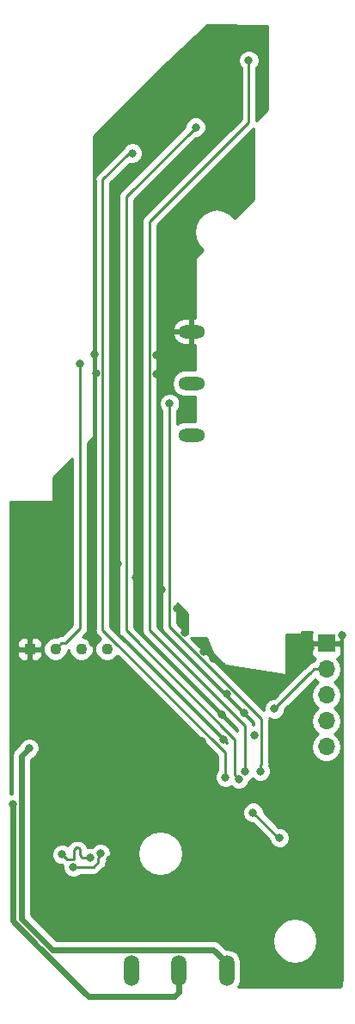
<source format=gbr>
G04 #@! TF.GenerationSoftware,KiCad,Pcbnew,(6.0.0-rc1-dev-1027-g90233e5ec)*
G04 #@! TF.CreationDate,2018-11-05T19:06:39+01:00*
G04 #@! TF.ProjectId,eBoard_remote_control,65426F6172645F72656D6F74655F636F,rev?*
G04 #@! TF.SameCoordinates,Original*
G04 #@! TF.FileFunction,Copper,L2,Bot*
G04 #@! TF.FilePolarity,Positive*
%FSLAX46Y46*%
G04 Gerber Fmt 4.6, Leading zero omitted, Abs format (unit mm)*
G04 Created by KiCad (PCBNEW (6.0.0-rc1-dev-1027-g90233e5ec)) date 11/05/18 19:06:39*
%MOMM*%
%LPD*%
G01*
G04 APERTURE LIST*
G04 #@! TA.AperFunction,ComponentPad*
%ADD10C,1.108000*%
G04 #@! TD*
G04 #@! TA.AperFunction,ComponentPad*
%ADD11R,1.108000X1.108000*%
G04 #@! TD*
G04 #@! TA.AperFunction,ComponentPad*
%ADD12O,1.508000X3.016000*%
G04 #@! TD*
G04 #@! TA.AperFunction,ComponentPad*
%ADD13O,2.616000X1.308000*%
G04 #@! TD*
G04 #@! TA.AperFunction,ComponentPad*
%ADD14O,1.700000X1.700000*%
G04 #@! TD*
G04 #@! TA.AperFunction,ComponentPad*
%ADD15R,1.700000X1.700000*%
G04 #@! TD*
G04 #@! TA.AperFunction,ViaPad*
%ADD16C,0.800000*%
G04 #@! TD*
G04 #@! TA.AperFunction,Conductor*
%ADD17C,0.250000*%
G04 #@! TD*
G04 #@! TA.AperFunction,Conductor*
%ADD18C,0.600000*%
G04 #@! TD*
G04 #@! TA.AperFunction,Conductor*
%ADD19C,0.254000*%
G04 #@! TD*
G04 APERTURE END LIST*
D10*
G04 #@! TO.P,DIS1,SDA*
G04 #@! TO.N,/SDA*
X187629800Y-119811200D03*
G04 #@! TO.P,DIS1,SCL*
G04 #@! TO.N,/SCL*
X185089800Y-119811200D03*
G04 #@! TO.P,DIS1,VCC*
G04 #@! TO.N,3.3V*
X182549800Y-119811200D03*
D11*
G04 #@! TO.P,DIS1,GND*
G04 #@! TO.N,GND*
X180009800Y-119811200D03*
G04 #@! TD*
D12*
G04 #@! TO.P,S2,3*
G04 #@! TO.N,Net-(S2-Pad3)*
X190016400Y-151409400D03*
G04 #@! TO.P,S2,1*
G04 #@! TO.N,/VBB*
X199416400Y-151409400D03*
G04 #@! TO.P,S2,2*
G04 #@! TO.N,VBAT*
X194716400Y-151409400D03*
G04 #@! TD*
D13*
G04 #@! TO.P,S1,P3*
G04 #@! TO.N,Net-(S1-PadP3)*
X195961000Y-98780600D03*
G04 #@! TO.P,S1,P1*
G04 #@! TO.N,GND*
X195961000Y-88620600D03*
G04 #@! TO.P,S1,P2*
G04 #@! TO.N,/P0.07*
X195961000Y-93700600D03*
G04 #@! TD*
D14*
G04 #@! TO.P,J1,5*
G04 #@! TO.N,/RESET*
X209220844Y-129414010D03*
G04 #@! TO.P,J1,4*
G04 #@! TO.N,/SWCLK*
X209220844Y-126874010D03*
G04 #@! TO.P,J1,3*
G04 #@! TO.N,/SWDIO*
X209220844Y-124334010D03*
G04 #@! TO.P,J1,2*
G04 #@! TO.N,3.3V*
X209220844Y-121794010D03*
D15*
G04 #@! TO.P,J1,1*
G04 #@! TO.N,GND*
X209220844Y-119254010D03*
G04 #@! TD*
D16*
G04 #@! TO.N,*
X202148440Y-128264920D03*
G04 #@! TO.N,GND*
X187062463Y-144196018D03*
X187087863Y-143180018D03*
X185944863Y-144196018D03*
X186046463Y-143078418D03*
X207134263Y-118866156D03*
X183706935Y-125991568D03*
X180509263Y-137795218D03*
X181144263Y-145364418D03*
X183220277Y-127810316D03*
X183098440Y-146532600D03*
X190433960Y-124485400D03*
X190342520Y-122915680D03*
X183388000Y-138470640D03*
X185928000Y-137388600D03*
X182968900Y-135521700D03*
X181127400Y-135473440D03*
X188810900Y-134124700D03*
X182968900Y-129336800D03*
X180898800Y-112420400D03*
X180898800Y-113703100D03*
X181051200Y-114909600D03*
X187883800Y-140500100D03*
X180009800Y-121132600D03*
X205892400Y-131864100D03*
X197789800Y-140601700D03*
X189986920Y-142798800D03*
X184053480Y-147518120D03*
X183372760Y-142295880D03*
X180812440Y-138856720D03*
X180715920Y-144287240D03*
X183067960Y-132130800D03*
X185877200Y-130688080D03*
X186801760Y-128361440D03*
X194853560Y-131978400D03*
X199268080Y-138856720D03*
X196839840Y-138983720D03*
X193172080Y-135163560D03*
X189478920Y-139146280D03*
X204409040Y-136535160D03*
X201259440Y-136966960D03*
X204713840Y-139679680D03*
X191373760Y-144881600D03*
X189397640Y-146542760D03*
X181041040Y-130144520D03*
X200660000Y-67508120D03*
X192943480Y-73939400D03*
X192521840Y-90972640D03*
X190784480Y-91074240D03*
X188341000Y-90992960D03*
X194970400Y-86995000D03*
X183875680Y-109407960D03*
X186060080Y-110373160D03*
X188666120Y-111404400D03*
X190464440Y-112816640D03*
X193004440Y-113944400D03*
X194492880Y-115854480D03*
X197185280Y-120086120D03*
X186563000Y-92689680D03*
X188356240Y-92730320D03*
X190703200Y-92730320D03*
X192481200Y-92770960D03*
X195249800Y-118181120D03*
X198059040Y-120771920D03*
X199938640Y-122128280D03*
X204718920Y-123002040D03*
X199450960Y-124241560D03*
X198968360Y-126232920D03*
X201173080Y-126116080D03*
X202260200Y-124393960D03*
X201660760Y-122864880D03*
X210799680Y-118491000D03*
X207624680Y-119730520D03*
X206288640Y-129854960D03*
X205892400Y-131864100D03*
X205892400Y-131864100D03*
X206598520Y-130881120D03*
X207294480Y-129738120D03*
X207543400Y-130804920D03*
X197032880Y-131734560D03*
X196027040Y-131790440D03*
X195696840Y-132775960D03*
X194630040Y-132969000D03*
X194939920Y-116900960D03*
X204216000Y-127568960D03*
X199085200Y-128706880D03*
X197002400Y-128910080D03*
X186268360Y-119186960D03*
X183916320Y-116464080D03*
X179984400Y-114645440D03*
X180365400Y-117637560D03*
X182209440Y-117551200D03*
X186385200Y-90855800D03*
X192714880Y-66629280D03*
X196484240Y-62712600D03*
X187289440Y-70500240D03*
X199847200Y-71831200D03*
G04 #@! TO.N,3.3V*
X204115444Y-125680210D03*
X184978040Y-91805760D03*
G04 #@! TO.N,VBAT*
X178318160Y-135092440D03*
G04 #@! TO.N,/P0.07*
X202717263Y-131795520D03*
X193781680Y-95676720D03*
G04 #@! TO.N,/TXD*
X202016360Y-135869680D03*
X204612240Y-138353800D03*
G04 #@! TO.N,/USBD-*
X185973972Y-140317578D03*
X183205120Y-139979400D03*
G04 #@! TO.N,/USBD+*
X184307951Y-141201466D03*
X186975954Y-139882489D03*
G04 #@! TO.N,/A0*
X199277221Y-132385474D03*
X190119000Y-71094600D03*
G04 #@! TO.N,/A1*
X200587154Y-132583509D03*
X196352160Y-68549520D03*
G04 #@! TO.N,/A2*
X201234040Y-131820920D03*
X201594720Y-61981080D03*
G04 #@! TO.N,/VBB*
X179964080Y-129555240D03*
G04 #@! TD*
D17*
G04 #@! TO.N,3.3V*
X209220844Y-121794010D02*
X208018763Y-121794010D01*
X207595244Y-122200410D02*
X204115444Y-125680210D01*
X207612363Y-122200410D02*
X207595244Y-122200410D01*
X208018763Y-121794010D02*
X207612363Y-122200410D01*
X183103799Y-119257201D02*
X183490479Y-119257201D01*
X182549800Y-119811200D02*
X183103799Y-119257201D01*
X183490479Y-119257201D02*
X184978040Y-117769640D01*
X184978040Y-117769640D02*
X184978040Y-91805760D01*
D18*
G04 #@! TO.N,VBAT*
X194716400Y-153517400D02*
X194716400Y-151409400D01*
X194289480Y-153944320D02*
X194716400Y-153517400D01*
X185765749Y-153944320D02*
X194289480Y-153944320D01*
X180741320Y-148925280D02*
X178318160Y-146502120D01*
X180746709Y-148925280D02*
X180741320Y-148925280D01*
X178318160Y-135092440D02*
X178318160Y-146502120D01*
X180746709Y-148925280D02*
X185765749Y-153944320D01*
D17*
G04 #@! TO.N,/P0.07*
X193781680Y-116545360D02*
X193781680Y-95676720D01*
X193781680Y-117612160D02*
X193781680Y-116545360D01*
X202717263Y-131795520D02*
X202717263Y-131229835D01*
X202717263Y-131229835D02*
X202859640Y-131087458D01*
X202859640Y-131087458D02*
X202859640Y-126690120D01*
X202859640Y-126690120D02*
X193781680Y-117612160D01*
G04 #@! TO.N,/TXD*
X202016360Y-135869680D02*
X204500480Y-138353800D01*
X204500480Y-138353800D02*
X204612240Y-138353800D01*
G04 #@! TO.N,/USBD-*
X184322363Y-140467578D02*
X183688218Y-140467578D01*
X184339052Y-140465697D02*
X184322363Y-140467578D01*
X184354904Y-140460150D02*
X184339052Y-140465697D01*
X184395482Y-140409267D02*
X184389935Y-140425119D01*
X184369124Y-140451215D02*
X184354904Y-140460150D01*
X184397363Y-140392578D02*
X184395482Y-140409267D01*
X184404884Y-139550822D02*
X184397363Y-139617578D01*
X184427072Y-139487413D02*
X184404884Y-139550822D01*
X184389935Y-140425119D02*
X184381000Y-140439339D01*
X184462813Y-139430532D02*
X184427072Y-139487413D01*
X184510316Y-139383029D02*
X184462813Y-139430532D01*
X184381000Y-140439339D02*
X184369124Y-140451215D01*
X184567197Y-139347288D02*
X184510316Y-139383029D01*
X184630606Y-139325100D02*
X184567197Y-139347288D01*
X184697363Y-139317578D02*
X184630606Y-139325100D01*
X185062813Y-140204625D02*
X185027072Y-140147744D01*
X185110316Y-140252128D02*
X185062813Y-140204625D01*
X185167197Y-140287869D02*
X185110316Y-140252128D01*
X184989841Y-139550822D02*
X184967653Y-139487413D01*
X185973972Y-140317578D02*
X185297363Y-140317578D01*
X185027072Y-140147744D02*
X185004884Y-140084335D01*
X184997363Y-139617578D02*
X184989841Y-139550822D01*
X184764119Y-139325100D02*
X184697363Y-139317578D01*
X185297363Y-140317578D02*
X185230606Y-140310057D01*
X184827528Y-139347288D02*
X184764119Y-139325100D01*
X184931912Y-139430532D02*
X184884409Y-139383029D01*
X185004884Y-140084335D02*
X184997363Y-140017578D01*
X184997363Y-140017578D02*
X184997363Y-139617578D01*
X184397363Y-139617578D02*
X184397363Y-140392578D01*
X184967653Y-139487413D02*
X184931912Y-139430532D01*
X185230606Y-140310057D02*
X185167197Y-140287869D01*
X184884409Y-139383029D02*
X184827528Y-139347288D01*
X183109865Y-139889225D02*
X183109865Y-139889225D01*
X183688218Y-140467578D02*
X183688218Y-140457418D01*
X183688218Y-140467578D02*
X183688218Y-140462498D01*
X183688218Y-140462498D02*
X183205120Y-139979400D01*
G04 #@! TO.N,/USBD+*
X186302066Y-141201466D02*
X184307951Y-141201466D01*
X186753663Y-140749869D02*
X186302066Y-141201466D01*
X186975954Y-140066989D02*
X186753663Y-140289280D01*
X186975954Y-139882489D02*
X186975954Y-140066989D01*
X186753663Y-140289280D02*
X186753663Y-140749869D01*
G04 #@! TO.N,/A0*
X199277221Y-130001261D02*
X199277221Y-132385474D01*
X187203080Y-117927120D02*
X199277221Y-130001261D01*
X187203080Y-117927120D02*
X187203080Y-73685400D01*
X187203080Y-73685400D02*
X189793880Y-71094600D01*
X189793880Y-71094600D02*
X190119000Y-71094600D01*
G04 #@! TO.N,/A1*
X189509400Y-117068600D02*
X189509400Y-79593440D01*
X200187155Y-132183510D02*
X200187155Y-128665835D01*
X200587154Y-132583509D02*
X200187155Y-132183510D01*
X189509400Y-117988080D02*
X189509400Y-117068600D01*
X200187155Y-128665835D02*
X189509400Y-117988080D01*
X189509400Y-79593440D02*
X189509400Y-75392280D01*
X189509400Y-75392280D02*
X196352160Y-68549520D01*
G04 #@! TO.N,/A2*
X201234040Y-127365760D02*
X191810640Y-117942360D01*
X201234040Y-131820920D02*
X201234040Y-127365760D01*
X191810640Y-93060520D02*
X191810640Y-117942360D01*
X191810640Y-93060520D02*
X191810640Y-77840840D01*
X191810640Y-77840840D02*
X201594720Y-68056760D01*
X201594720Y-68056760D02*
X201594720Y-61981080D01*
D18*
G04 #@! TO.N,/VBB*
X199416400Y-150655400D02*
X199416400Y-151409400D01*
X198082520Y-149321520D02*
X199416400Y-150655400D01*
X182274333Y-149321520D02*
X198082520Y-149321520D01*
X179237640Y-146284827D02*
X182274333Y-149321520D01*
X179237640Y-130281680D02*
X179237640Y-146284827D01*
X179964080Y-129555240D02*
X179237640Y-130281680D01*
G04 #@! TD*
D19*
G04 #@! TO.N,GND*
G36*
X184218040Y-117454838D02*
X183176170Y-118496709D01*
X183103799Y-118482313D01*
X183028952Y-118497201D01*
X183028947Y-118497201D01*
X182807262Y-118541297D01*
X182686182Y-118622200D01*
X182313293Y-118622200D01*
X181876286Y-118803214D01*
X181541814Y-119137686D01*
X181360800Y-119574693D01*
X181360800Y-120047707D01*
X181541814Y-120484714D01*
X181876286Y-120819186D01*
X182313293Y-121000200D01*
X182786307Y-121000200D01*
X183223314Y-120819186D01*
X183557786Y-120484714D01*
X183738800Y-120047707D01*
X183738800Y-119982696D01*
X183787016Y-119973105D01*
X183900800Y-119897077D01*
X183900800Y-120047707D01*
X184081814Y-120484714D01*
X184416286Y-120819186D01*
X184853293Y-121000200D01*
X185326307Y-121000200D01*
X185763314Y-120819186D01*
X186097786Y-120484714D01*
X186278800Y-120047707D01*
X186278800Y-119574693D01*
X186097786Y-119137686D01*
X185763314Y-118803214D01*
X185326307Y-118622200D01*
X185200282Y-118622200D01*
X185462513Y-118359969D01*
X185525969Y-118317569D01*
X185693944Y-118066177D01*
X185738040Y-117844492D01*
X185738040Y-117844487D01*
X185752928Y-117769640D01*
X185738040Y-117694793D01*
X185738040Y-105346500D01*
X186443080Y-105346500D01*
X186443080Y-117852273D01*
X186428192Y-117927120D01*
X186443080Y-118001967D01*
X186443080Y-118001971D01*
X186487176Y-118223656D01*
X186655151Y-118475049D01*
X186718610Y-118517451D01*
X186990289Y-118789130D01*
X186956286Y-118803214D01*
X186621814Y-119137686D01*
X186440800Y-119574693D01*
X186440800Y-120047707D01*
X186621814Y-120484714D01*
X186956286Y-120819186D01*
X187393293Y-121000200D01*
X187866307Y-121000200D01*
X188303314Y-120819186D01*
X188637786Y-120484714D01*
X188651870Y-120450711D01*
X198517221Y-130316063D01*
X198517222Y-131681762D01*
X198399790Y-131799194D01*
X198242221Y-132179600D01*
X198242221Y-132591348D01*
X198399790Y-132971754D01*
X198690941Y-133262905D01*
X199071347Y-133420474D01*
X199483095Y-133420474D01*
X199820606Y-133280672D01*
X200000874Y-133460940D01*
X200381280Y-133618509D01*
X200793028Y-133618509D01*
X201173434Y-133460940D01*
X201464585Y-133169789D01*
X201622154Y-132789383D01*
X201622154Y-132780434D01*
X201820320Y-132698351D01*
X201988352Y-132530320D01*
X202130983Y-132672951D01*
X202511389Y-132830520D01*
X202923137Y-132830520D01*
X203303543Y-132672951D01*
X203594694Y-132381800D01*
X203752263Y-132001394D01*
X203752263Y-131589646D01*
X203605240Y-131234701D01*
X203619640Y-131162310D01*
X203619640Y-131162306D01*
X203634528Y-131087459D01*
X203619640Y-131012612D01*
X203619640Y-126764966D01*
X203634528Y-126690119D01*
X203619640Y-126615272D01*
X203619640Y-126615268D01*
X203615272Y-126593308D01*
X203909570Y-126715210D01*
X204321318Y-126715210D01*
X204701724Y-126557641D01*
X204992875Y-126266490D01*
X205150444Y-125886084D01*
X205150444Y-125720011D01*
X208045248Y-122825209D01*
X208099606Y-122788888D01*
X208150219Y-122864635D01*
X208448605Y-123064010D01*
X208150219Y-123263385D01*
X207822005Y-123754592D01*
X207706752Y-124334010D01*
X207822005Y-124913428D01*
X208150219Y-125404635D01*
X208448605Y-125604010D01*
X208150219Y-125803385D01*
X207822005Y-126294592D01*
X207706752Y-126874010D01*
X207822005Y-127453428D01*
X208150219Y-127944635D01*
X208448605Y-128144010D01*
X208150219Y-128343385D01*
X207822005Y-128834592D01*
X207706752Y-129414010D01*
X207822005Y-129993428D01*
X208150219Y-130484635D01*
X208641426Y-130812849D01*
X209074588Y-130899010D01*
X209367100Y-130899010D01*
X209800262Y-130812849D01*
X210291469Y-130484635D01*
X210619683Y-129993428D01*
X210734936Y-129414010D01*
X210619683Y-128834592D01*
X210291469Y-128343385D01*
X209993083Y-128144010D01*
X210291469Y-127944635D01*
X210619683Y-127453428D01*
X210734936Y-126874010D01*
X210619683Y-126294592D01*
X210291469Y-125803385D01*
X209993083Y-125604010D01*
X210291469Y-125404635D01*
X210619683Y-124913428D01*
X210734936Y-124334010D01*
X210619683Y-123754592D01*
X210291469Y-123263385D01*
X209993083Y-123064010D01*
X210291469Y-122864635D01*
X210619683Y-122373428D01*
X210734936Y-121794010D01*
X210619683Y-121214592D01*
X210291469Y-120723385D01*
X210269811Y-120708914D01*
X210430542Y-120642337D01*
X210609171Y-120463709D01*
X210705844Y-120230320D01*
X210705844Y-119539760D01*
X210547094Y-119381010D01*
X209347844Y-119381010D01*
X209347844Y-119401010D01*
X209093844Y-119401010D01*
X209093844Y-119381010D01*
X207894594Y-119381010D01*
X207735844Y-119539760D01*
X207735844Y-120230320D01*
X207832517Y-120463709D01*
X208011146Y-120642337D01*
X208171877Y-120708914D01*
X208150219Y-120723385D01*
X207942475Y-121034296D01*
X207722226Y-121078106D01*
X207470834Y-121246081D01*
X207428434Y-121309538D01*
X207162366Y-121575606D01*
X207110770Y-121610081D01*
X207110768Y-121610083D01*
X207047315Y-121652481D01*
X207004917Y-121715934D01*
X204075643Y-124645210D01*
X203909570Y-124645210D01*
X203529164Y-124802779D01*
X203238013Y-125093930D01*
X203080444Y-125474336D01*
X203080444Y-125836122D01*
X195913121Y-118668800D01*
X197373229Y-118668800D01*
X197963787Y-120163274D01*
X197992097Y-120206403D01*
X199160497Y-121374803D01*
X199184197Y-121393441D01*
X199230727Y-121410483D01*
X205174327Y-122337583D01*
X205242501Y-122329433D01*
X205283703Y-122301903D01*
X205311233Y-122260701D01*
X205320900Y-122212100D01*
X205320900Y-118389400D01*
X206641700Y-118389400D01*
X206690301Y-118379733D01*
X206731503Y-118352203D01*
X206759033Y-118311001D01*
X206768700Y-118262400D01*
X206768700Y-118097300D01*
X207810568Y-118097300D01*
X207735844Y-118277700D01*
X207735844Y-118968260D01*
X207894594Y-119127010D01*
X209093844Y-119127010D01*
X209093844Y-119107010D01*
X209347844Y-119107010D01*
X209347844Y-119127010D01*
X210547094Y-119127010D01*
X210705844Y-118968260D01*
X210705844Y-118277700D01*
X210631120Y-118097300D01*
X210805254Y-118097300D01*
X210795012Y-151905324D01*
X210680869Y-152909775D01*
X210552434Y-153035000D01*
X200504551Y-153035000D01*
X200724809Y-152705361D01*
X200805400Y-152300204D01*
X200805400Y-150518596D01*
X200724809Y-150113439D01*
X200417813Y-149653987D01*
X199958361Y-149346991D01*
X199416400Y-149239188D01*
X199338060Y-149254771D01*
X198808781Y-148725492D01*
X198756617Y-148647423D01*
X198499616Y-148475700D01*
X203899467Y-148475700D01*
X204008818Y-149166116D01*
X204326168Y-149788949D01*
X204820451Y-150283232D01*
X205443284Y-150600582D01*
X206133700Y-150709933D01*
X206824116Y-150600582D01*
X207446949Y-150283232D01*
X207941232Y-149788949D01*
X208258582Y-149166116D01*
X208367933Y-148475700D01*
X208258582Y-147785284D01*
X207941232Y-147162451D01*
X207446949Y-146668168D01*
X206824116Y-146350818D01*
X206133700Y-146241467D01*
X205443284Y-146350818D01*
X204820451Y-146668168D01*
X204326168Y-147162451D01*
X204008818Y-147785284D01*
X203899467Y-148475700D01*
X198499616Y-148475700D01*
X198447339Y-148440770D01*
X198174606Y-148386520D01*
X198082520Y-148368203D01*
X197990434Y-148386520D01*
X182661623Y-148386520D01*
X180172640Y-145897538D01*
X180172640Y-139773526D01*
X182170120Y-139773526D01*
X182170120Y-140185274D01*
X182327689Y-140565680D01*
X182618840Y-140856831D01*
X182999246Y-141014400D01*
X183139549Y-141014400D01*
X183140289Y-141015507D01*
X183272951Y-141104149D01*
X183272951Y-141407340D01*
X183430520Y-141787746D01*
X183721671Y-142078897D01*
X184102077Y-142236466D01*
X184513825Y-142236466D01*
X184894231Y-142078897D01*
X185011662Y-141961466D01*
X186227219Y-141961466D01*
X186302066Y-141976354D01*
X186376913Y-141961466D01*
X186376918Y-141961466D01*
X186598603Y-141917370D01*
X186849995Y-141749395D01*
X186892397Y-141685936D01*
X187238133Y-141340200D01*
X187301592Y-141297798D01*
X187469567Y-141046406D01*
X187513663Y-140824721D01*
X187513663Y-140824717D01*
X187523348Y-140776027D01*
X187562234Y-140759920D01*
X187853385Y-140468769D01*
X188010954Y-140088363D01*
X188010954Y-139877800D01*
X190643207Y-139877800D01*
X190752558Y-140568216D01*
X191069908Y-141191049D01*
X191564191Y-141685332D01*
X192187024Y-142002682D01*
X192877440Y-142112033D01*
X193567856Y-142002682D01*
X194190689Y-141685332D01*
X194684972Y-141191049D01*
X195002322Y-140568216D01*
X195111673Y-139877800D01*
X195002322Y-139187384D01*
X194684972Y-138564551D01*
X194190689Y-138070268D01*
X193567856Y-137752918D01*
X192877440Y-137643567D01*
X192187024Y-137752918D01*
X191564191Y-138070268D01*
X191069908Y-138564551D01*
X190752558Y-139187384D01*
X190643207Y-139877800D01*
X188010954Y-139877800D01*
X188010954Y-139676615D01*
X187853385Y-139296209D01*
X187562234Y-139005058D01*
X187181828Y-138847489D01*
X186770080Y-138847489D01*
X186389674Y-139005058D01*
X186112154Y-139282578D01*
X185768098Y-139282578D01*
X185711845Y-139305879D01*
X185697266Y-139267687D01*
X185668039Y-139175990D01*
X185660911Y-139167549D01*
X185660281Y-139165748D01*
X185654818Y-139156486D01*
X185650985Y-139146446D01*
X185649971Y-139144831D01*
X185647815Y-139133995D01*
X185594346Y-139053972D01*
X185545441Y-138971067D01*
X185536610Y-138964421D01*
X185535596Y-138962807D01*
X185528215Y-138955000D01*
X185522241Y-138946059D01*
X185520891Y-138944709D01*
X185516379Y-138934626D01*
X185446438Y-138868503D01*
X185380315Y-138798562D01*
X185370231Y-138794050D01*
X185368881Y-138792700D01*
X185359943Y-138786728D01*
X185352134Y-138779345D01*
X185350520Y-138778331D01*
X185343874Y-138769500D01*
X185260966Y-138720593D01*
X185180946Y-138667126D01*
X185170110Y-138664970D01*
X185168495Y-138663956D01*
X185158455Y-138660123D01*
X185149193Y-138654660D01*
X185147390Y-138654029D01*
X185138950Y-138646902D01*
X185047248Y-138617673D01*
X184957329Y-138583349D01*
X184946284Y-138583659D01*
X184944481Y-138583028D01*
X184933839Y-138581526D01*
X184923597Y-138578261D01*
X184921697Y-138578047D01*
X184911875Y-138572973D01*
X184815959Y-138564883D01*
X184720674Y-138551431D01*
X184709975Y-138554191D01*
X184708079Y-138553977D01*
X184697363Y-138554881D01*
X184686647Y-138553977D01*
X184684750Y-138554191D01*
X184674051Y-138551431D01*
X184578764Y-138564884D01*
X184482851Y-138572973D01*
X184473029Y-138578047D01*
X184471129Y-138578261D01*
X184460887Y-138581525D01*
X184450244Y-138583028D01*
X184448444Y-138583658D01*
X184437396Y-138583348D01*
X184347475Y-138617673D01*
X184255775Y-138646901D01*
X184247333Y-138654030D01*
X184245532Y-138654660D01*
X184236270Y-138660123D01*
X184226230Y-138663956D01*
X184224615Y-138664970D01*
X184213779Y-138667126D01*
X184133756Y-138720595D01*
X184050851Y-138769500D01*
X184044205Y-138778331D01*
X184042591Y-138779345D01*
X184034784Y-138786726D01*
X184025843Y-138792700D01*
X184024493Y-138794050D01*
X184014410Y-138798562D01*
X183948287Y-138868503D01*
X183878346Y-138934626D01*
X183873834Y-138944710D01*
X183872484Y-138946060D01*
X183866512Y-138954998D01*
X183859129Y-138962807D01*
X183858115Y-138964421D01*
X183849284Y-138971067D01*
X183800377Y-139053975D01*
X183773315Y-139094478D01*
X183410994Y-138944400D01*
X182999246Y-138944400D01*
X182618840Y-139101969D01*
X182327689Y-139393120D01*
X182170120Y-139773526D01*
X180172640Y-139773526D01*
X180172640Y-135663806D01*
X200981360Y-135663806D01*
X200981360Y-136075554D01*
X201138929Y-136455960D01*
X201430080Y-136747111D01*
X201810486Y-136904680D01*
X201976559Y-136904680D01*
X203577240Y-138505362D01*
X203577240Y-138559674D01*
X203734809Y-138940080D01*
X204025960Y-139231231D01*
X204406366Y-139388800D01*
X204818114Y-139388800D01*
X205198520Y-139231231D01*
X205489671Y-138940080D01*
X205647240Y-138559674D01*
X205647240Y-138147926D01*
X205489671Y-137767520D01*
X205198520Y-137476369D01*
X204818114Y-137318800D01*
X204540282Y-137318800D01*
X203051360Y-135829879D01*
X203051360Y-135663806D01*
X202893791Y-135283400D01*
X202602640Y-134992249D01*
X202222234Y-134834680D01*
X201810486Y-134834680D01*
X201430080Y-134992249D01*
X201138929Y-135283400D01*
X200981360Y-135663806D01*
X180172640Y-135663806D01*
X180172640Y-130668969D01*
X180308939Y-130532671D01*
X180550360Y-130432671D01*
X180841511Y-130141520D01*
X180999080Y-129761114D01*
X180999080Y-129349366D01*
X180841511Y-128968960D01*
X180550360Y-128677809D01*
X180169954Y-128520240D01*
X179758206Y-128520240D01*
X179377800Y-128677809D01*
X179086649Y-128968960D01*
X178986649Y-129210381D01*
X178641612Y-129555419D01*
X178563543Y-129607583D01*
X178356891Y-129916861D01*
X178356890Y-129916862D01*
X178284323Y-130281680D01*
X178302640Y-130373766D01*
X178302640Y-134057440D01*
X178123051Y-134057440D01*
X178117381Y-120096950D01*
X178820800Y-120096950D01*
X178820800Y-120491509D01*
X178917473Y-120724898D01*
X179096101Y-120903527D01*
X179329490Y-121000200D01*
X179724050Y-121000200D01*
X179882800Y-120841450D01*
X179882800Y-119938200D01*
X180136800Y-119938200D01*
X180136800Y-120841450D01*
X180295550Y-121000200D01*
X180690110Y-121000200D01*
X180923499Y-120903527D01*
X181102127Y-120724898D01*
X181198800Y-120491509D01*
X181198800Y-120096950D01*
X181040050Y-119938200D01*
X180136800Y-119938200D01*
X179882800Y-119938200D01*
X178979550Y-119938200D01*
X178820800Y-120096950D01*
X178117381Y-120096950D01*
X178116989Y-119130891D01*
X178820800Y-119130891D01*
X178820800Y-119525450D01*
X178979550Y-119684200D01*
X179882800Y-119684200D01*
X179882800Y-118780950D01*
X180136800Y-118780950D01*
X180136800Y-119684200D01*
X181040050Y-119684200D01*
X181198800Y-119525450D01*
X181198800Y-119130891D01*
X181102127Y-118897502D01*
X180923499Y-118718873D01*
X180690110Y-118622200D01*
X180295550Y-118622200D01*
X180136800Y-118780950D01*
X179882800Y-118780950D01*
X179724050Y-118622200D01*
X179329490Y-118622200D01*
X179096101Y-118718873D01*
X178917473Y-118897502D01*
X178820800Y-119130891D01*
X178116989Y-119130891D01*
X178111389Y-105346500D01*
X184218040Y-105346500D01*
X184218040Y-117454838D01*
X184218040Y-117454838D01*
G37*
X184218040Y-117454838D02*
X183176170Y-118496709D01*
X183103799Y-118482313D01*
X183028952Y-118497201D01*
X183028947Y-118497201D01*
X182807262Y-118541297D01*
X182686182Y-118622200D01*
X182313293Y-118622200D01*
X181876286Y-118803214D01*
X181541814Y-119137686D01*
X181360800Y-119574693D01*
X181360800Y-120047707D01*
X181541814Y-120484714D01*
X181876286Y-120819186D01*
X182313293Y-121000200D01*
X182786307Y-121000200D01*
X183223314Y-120819186D01*
X183557786Y-120484714D01*
X183738800Y-120047707D01*
X183738800Y-119982696D01*
X183787016Y-119973105D01*
X183900800Y-119897077D01*
X183900800Y-120047707D01*
X184081814Y-120484714D01*
X184416286Y-120819186D01*
X184853293Y-121000200D01*
X185326307Y-121000200D01*
X185763314Y-120819186D01*
X186097786Y-120484714D01*
X186278800Y-120047707D01*
X186278800Y-119574693D01*
X186097786Y-119137686D01*
X185763314Y-118803214D01*
X185326307Y-118622200D01*
X185200282Y-118622200D01*
X185462513Y-118359969D01*
X185525969Y-118317569D01*
X185693944Y-118066177D01*
X185738040Y-117844492D01*
X185738040Y-117844487D01*
X185752928Y-117769640D01*
X185738040Y-117694793D01*
X185738040Y-105346500D01*
X186443080Y-105346500D01*
X186443080Y-117852273D01*
X186428192Y-117927120D01*
X186443080Y-118001967D01*
X186443080Y-118001971D01*
X186487176Y-118223656D01*
X186655151Y-118475049D01*
X186718610Y-118517451D01*
X186990289Y-118789130D01*
X186956286Y-118803214D01*
X186621814Y-119137686D01*
X186440800Y-119574693D01*
X186440800Y-120047707D01*
X186621814Y-120484714D01*
X186956286Y-120819186D01*
X187393293Y-121000200D01*
X187866307Y-121000200D01*
X188303314Y-120819186D01*
X188637786Y-120484714D01*
X188651870Y-120450711D01*
X198517221Y-130316063D01*
X198517222Y-131681762D01*
X198399790Y-131799194D01*
X198242221Y-132179600D01*
X198242221Y-132591348D01*
X198399790Y-132971754D01*
X198690941Y-133262905D01*
X199071347Y-133420474D01*
X199483095Y-133420474D01*
X199820606Y-133280672D01*
X200000874Y-133460940D01*
X200381280Y-133618509D01*
X200793028Y-133618509D01*
X201173434Y-133460940D01*
X201464585Y-133169789D01*
X201622154Y-132789383D01*
X201622154Y-132780434D01*
X201820320Y-132698351D01*
X201988352Y-132530320D01*
X202130983Y-132672951D01*
X202511389Y-132830520D01*
X202923137Y-132830520D01*
X203303543Y-132672951D01*
X203594694Y-132381800D01*
X203752263Y-132001394D01*
X203752263Y-131589646D01*
X203605240Y-131234701D01*
X203619640Y-131162310D01*
X203619640Y-131162306D01*
X203634528Y-131087459D01*
X203619640Y-131012612D01*
X203619640Y-126764966D01*
X203634528Y-126690119D01*
X203619640Y-126615272D01*
X203619640Y-126615268D01*
X203615272Y-126593308D01*
X203909570Y-126715210D01*
X204321318Y-126715210D01*
X204701724Y-126557641D01*
X204992875Y-126266490D01*
X205150444Y-125886084D01*
X205150444Y-125720011D01*
X208045248Y-122825209D01*
X208099606Y-122788888D01*
X208150219Y-122864635D01*
X208448605Y-123064010D01*
X208150219Y-123263385D01*
X207822005Y-123754592D01*
X207706752Y-124334010D01*
X207822005Y-124913428D01*
X208150219Y-125404635D01*
X208448605Y-125604010D01*
X208150219Y-125803385D01*
X207822005Y-126294592D01*
X207706752Y-126874010D01*
X207822005Y-127453428D01*
X208150219Y-127944635D01*
X208448605Y-128144010D01*
X208150219Y-128343385D01*
X207822005Y-128834592D01*
X207706752Y-129414010D01*
X207822005Y-129993428D01*
X208150219Y-130484635D01*
X208641426Y-130812849D01*
X209074588Y-130899010D01*
X209367100Y-130899010D01*
X209800262Y-130812849D01*
X210291469Y-130484635D01*
X210619683Y-129993428D01*
X210734936Y-129414010D01*
X210619683Y-128834592D01*
X210291469Y-128343385D01*
X209993083Y-128144010D01*
X210291469Y-127944635D01*
X210619683Y-127453428D01*
X210734936Y-126874010D01*
X210619683Y-126294592D01*
X210291469Y-125803385D01*
X209993083Y-125604010D01*
X210291469Y-125404635D01*
X210619683Y-124913428D01*
X210734936Y-124334010D01*
X210619683Y-123754592D01*
X210291469Y-123263385D01*
X209993083Y-123064010D01*
X210291469Y-122864635D01*
X210619683Y-122373428D01*
X210734936Y-121794010D01*
X210619683Y-121214592D01*
X210291469Y-120723385D01*
X210269811Y-120708914D01*
X210430542Y-120642337D01*
X210609171Y-120463709D01*
X210705844Y-120230320D01*
X210705844Y-119539760D01*
X210547094Y-119381010D01*
X209347844Y-119381010D01*
X209347844Y-119401010D01*
X209093844Y-119401010D01*
X209093844Y-119381010D01*
X207894594Y-119381010D01*
X207735844Y-119539760D01*
X207735844Y-120230320D01*
X207832517Y-120463709D01*
X208011146Y-120642337D01*
X208171877Y-120708914D01*
X208150219Y-120723385D01*
X207942475Y-121034296D01*
X207722226Y-121078106D01*
X207470834Y-121246081D01*
X207428434Y-121309538D01*
X207162366Y-121575606D01*
X207110770Y-121610081D01*
X207110768Y-121610083D01*
X207047315Y-121652481D01*
X207004917Y-121715934D01*
X204075643Y-124645210D01*
X203909570Y-124645210D01*
X203529164Y-124802779D01*
X203238013Y-125093930D01*
X203080444Y-125474336D01*
X203080444Y-125836122D01*
X195913121Y-118668800D01*
X197373229Y-118668800D01*
X197963787Y-120163274D01*
X197992097Y-120206403D01*
X199160497Y-121374803D01*
X199184197Y-121393441D01*
X199230727Y-121410483D01*
X205174327Y-122337583D01*
X205242501Y-122329433D01*
X205283703Y-122301903D01*
X205311233Y-122260701D01*
X205320900Y-122212100D01*
X205320900Y-118389400D01*
X206641700Y-118389400D01*
X206690301Y-118379733D01*
X206731503Y-118352203D01*
X206759033Y-118311001D01*
X206768700Y-118262400D01*
X206768700Y-118097300D01*
X207810568Y-118097300D01*
X207735844Y-118277700D01*
X207735844Y-118968260D01*
X207894594Y-119127010D01*
X209093844Y-119127010D01*
X209093844Y-119107010D01*
X209347844Y-119107010D01*
X209347844Y-119127010D01*
X210547094Y-119127010D01*
X210705844Y-118968260D01*
X210705844Y-118277700D01*
X210631120Y-118097300D01*
X210805254Y-118097300D01*
X210795012Y-151905324D01*
X210680869Y-152909775D01*
X210552434Y-153035000D01*
X200504551Y-153035000D01*
X200724809Y-152705361D01*
X200805400Y-152300204D01*
X200805400Y-150518596D01*
X200724809Y-150113439D01*
X200417813Y-149653987D01*
X199958361Y-149346991D01*
X199416400Y-149239188D01*
X199338060Y-149254771D01*
X198808781Y-148725492D01*
X198756617Y-148647423D01*
X198499616Y-148475700D01*
X203899467Y-148475700D01*
X204008818Y-149166116D01*
X204326168Y-149788949D01*
X204820451Y-150283232D01*
X205443284Y-150600582D01*
X206133700Y-150709933D01*
X206824116Y-150600582D01*
X207446949Y-150283232D01*
X207941232Y-149788949D01*
X208258582Y-149166116D01*
X208367933Y-148475700D01*
X208258582Y-147785284D01*
X207941232Y-147162451D01*
X207446949Y-146668168D01*
X206824116Y-146350818D01*
X206133700Y-146241467D01*
X205443284Y-146350818D01*
X204820451Y-146668168D01*
X204326168Y-147162451D01*
X204008818Y-147785284D01*
X203899467Y-148475700D01*
X198499616Y-148475700D01*
X198447339Y-148440770D01*
X198174606Y-148386520D01*
X198082520Y-148368203D01*
X197990434Y-148386520D01*
X182661623Y-148386520D01*
X180172640Y-145897538D01*
X180172640Y-139773526D01*
X182170120Y-139773526D01*
X182170120Y-140185274D01*
X182327689Y-140565680D01*
X182618840Y-140856831D01*
X182999246Y-141014400D01*
X183139549Y-141014400D01*
X183140289Y-141015507D01*
X183272951Y-141104149D01*
X183272951Y-141407340D01*
X183430520Y-141787746D01*
X183721671Y-142078897D01*
X184102077Y-142236466D01*
X184513825Y-142236466D01*
X184894231Y-142078897D01*
X185011662Y-141961466D01*
X186227219Y-141961466D01*
X186302066Y-141976354D01*
X186376913Y-141961466D01*
X186376918Y-141961466D01*
X186598603Y-141917370D01*
X186849995Y-141749395D01*
X186892397Y-141685936D01*
X187238133Y-141340200D01*
X187301592Y-141297798D01*
X187469567Y-141046406D01*
X187513663Y-140824721D01*
X187513663Y-140824717D01*
X187523348Y-140776027D01*
X187562234Y-140759920D01*
X187853385Y-140468769D01*
X188010954Y-140088363D01*
X188010954Y-139877800D01*
X190643207Y-139877800D01*
X190752558Y-140568216D01*
X191069908Y-141191049D01*
X191564191Y-141685332D01*
X192187024Y-142002682D01*
X192877440Y-142112033D01*
X193567856Y-142002682D01*
X194190689Y-141685332D01*
X194684972Y-141191049D01*
X195002322Y-140568216D01*
X195111673Y-139877800D01*
X195002322Y-139187384D01*
X194684972Y-138564551D01*
X194190689Y-138070268D01*
X193567856Y-137752918D01*
X192877440Y-137643567D01*
X192187024Y-137752918D01*
X191564191Y-138070268D01*
X191069908Y-138564551D01*
X190752558Y-139187384D01*
X190643207Y-139877800D01*
X188010954Y-139877800D01*
X188010954Y-139676615D01*
X187853385Y-139296209D01*
X187562234Y-139005058D01*
X187181828Y-138847489D01*
X186770080Y-138847489D01*
X186389674Y-139005058D01*
X186112154Y-139282578D01*
X185768098Y-139282578D01*
X185711845Y-139305879D01*
X185697266Y-139267687D01*
X185668039Y-139175990D01*
X185660911Y-139167549D01*
X185660281Y-139165748D01*
X185654818Y-139156486D01*
X185650985Y-139146446D01*
X185649971Y-139144831D01*
X185647815Y-139133995D01*
X185594346Y-139053972D01*
X185545441Y-138971067D01*
X185536610Y-138964421D01*
X185535596Y-138962807D01*
X185528215Y-138955000D01*
X185522241Y-138946059D01*
X185520891Y-138944709D01*
X185516379Y-138934626D01*
X185446438Y-138868503D01*
X185380315Y-138798562D01*
X185370231Y-138794050D01*
X185368881Y-138792700D01*
X185359943Y-138786728D01*
X185352134Y-138779345D01*
X185350520Y-138778331D01*
X185343874Y-138769500D01*
X185260966Y-138720593D01*
X185180946Y-138667126D01*
X185170110Y-138664970D01*
X185168495Y-138663956D01*
X185158455Y-138660123D01*
X185149193Y-138654660D01*
X185147390Y-138654029D01*
X185138950Y-138646902D01*
X185047248Y-138617673D01*
X184957329Y-138583349D01*
X184946284Y-138583659D01*
X184944481Y-138583028D01*
X184933839Y-138581526D01*
X184923597Y-138578261D01*
X184921697Y-138578047D01*
X184911875Y-138572973D01*
X184815959Y-138564883D01*
X184720674Y-138551431D01*
X184709975Y-138554191D01*
X184708079Y-138553977D01*
X184697363Y-138554881D01*
X184686647Y-138553977D01*
X184684750Y-138554191D01*
X184674051Y-138551431D01*
X184578764Y-138564884D01*
X184482851Y-138572973D01*
X184473029Y-138578047D01*
X184471129Y-138578261D01*
X184460887Y-138581525D01*
X184450244Y-138583028D01*
X184448444Y-138583658D01*
X184437396Y-138583348D01*
X184347475Y-138617673D01*
X184255775Y-138646901D01*
X184247333Y-138654030D01*
X184245532Y-138654660D01*
X184236270Y-138660123D01*
X184226230Y-138663956D01*
X184224615Y-138664970D01*
X184213779Y-138667126D01*
X184133756Y-138720595D01*
X184050851Y-138769500D01*
X184044205Y-138778331D01*
X184042591Y-138779345D01*
X184034784Y-138786726D01*
X184025843Y-138792700D01*
X184024493Y-138794050D01*
X184014410Y-138798562D01*
X183948287Y-138868503D01*
X183878346Y-138934626D01*
X183873834Y-138944710D01*
X183872484Y-138946060D01*
X183866512Y-138954998D01*
X183859129Y-138962807D01*
X183858115Y-138964421D01*
X183849284Y-138971067D01*
X183800377Y-139053975D01*
X183773315Y-139094478D01*
X183410994Y-138944400D01*
X182999246Y-138944400D01*
X182618840Y-139101969D01*
X182327689Y-139393120D01*
X182170120Y-139773526D01*
X180172640Y-139773526D01*
X180172640Y-135663806D01*
X200981360Y-135663806D01*
X200981360Y-136075554D01*
X201138929Y-136455960D01*
X201430080Y-136747111D01*
X201810486Y-136904680D01*
X201976559Y-136904680D01*
X203577240Y-138505362D01*
X203577240Y-138559674D01*
X203734809Y-138940080D01*
X204025960Y-139231231D01*
X204406366Y-139388800D01*
X204818114Y-139388800D01*
X205198520Y-139231231D01*
X205489671Y-138940080D01*
X205647240Y-138559674D01*
X205647240Y-138147926D01*
X205489671Y-137767520D01*
X205198520Y-137476369D01*
X204818114Y-137318800D01*
X204540282Y-137318800D01*
X203051360Y-135829879D01*
X203051360Y-135663806D01*
X202893791Y-135283400D01*
X202602640Y-134992249D01*
X202222234Y-134834680D01*
X201810486Y-134834680D01*
X201430080Y-134992249D01*
X201138929Y-135283400D01*
X200981360Y-135663806D01*
X180172640Y-135663806D01*
X180172640Y-130668969D01*
X180308939Y-130532671D01*
X180550360Y-130432671D01*
X180841511Y-130141520D01*
X180999080Y-129761114D01*
X180999080Y-129349366D01*
X180841511Y-128968960D01*
X180550360Y-128677809D01*
X180169954Y-128520240D01*
X179758206Y-128520240D01*
X179377800Y-128677809D01*
X179086649Y-128968960D01*
X178986649Y-129210381D01*
X178641612Y-129555419D01*
X178563543Y-129607583D01*
X178356891Y-129916861D01*
X178356890Y-129916862D01*
X178284323Y-130281680D01*
X178302640Y-130373766D01*
X178302640Y-134057440D01*
X178123051Y-134057440D01*
X178117381Y-120096950D01*
X178820800Y-120096950D01*
X178820800Y-120491509D01*
X178917473Y-120724898D01*
X179096101Y-120903527D01*
X179329490Y-121000200D01*
X179724050Y-121000200D01*
X179882800Y-120841450D01*
X179882800Y-119938200D01*
X180136800Y-119938200D01*
X180136800Y-120841450D01*
X180295550Y-121000200D01*
X180690110Y-121000200D01*
X180923499Y-120903527D01*
X181102127Y-120724898D01*
X181198800Y-120491509D01*
X181198800Y-120096950D01*
X181040050Y-119938200D01*
X180136800Y-119938200D01*
X179882800Y-119938200D01*
X178979550Y-119938200D01*
X178820800Y-120096950D01*
X178117381Y-120096950D01*
X178116989Y-119130891D01*
X178820800Y-119130891D01*
X178820800Y-119525450D01*
X178979550Y-119684200D01*
X179882800Y-119684200D01*
X179882800Y-118780950D01*
X180136800Y-118780950D01*
X180136800Y-119684200D01*
X181040050Y-119684200D01*
X181198800Y-119525450D01*
X181198800Y-119130891D01*
X181102127Y-118897502D01*
X180923499Y-118718873D01*
X180690110Y-118622200D01*
X180295550Y-118622200D01*
X180136800Y-118780950D01*
X179882800Y-118780950D01*
X179724050Y-118622200D01*
X179329490Y-118622200D01*
X179096101Y-118718873D01*
X178917473Y-118897502D01*
X178820800Y-119130891D01*
X178116989Y-119130891D01*
X178111389Y-105346500D01*
X184218040Y-105346500D01*
X184218040Y-117454838D01*
G36*
X188749400Y-117143451D02*
X188749401Y-117143455D01*
X188749400Y-117913232D01*
X188734512Y-117988080D01*
X188749400Y-118062927D01*
X188749400Y-118062931D01*
X188793496Y-118284616D01*
X188961471Y-118536009D01*
X189024930Y-118578411D01*
X199427156Y-128980638D01*
X199427156Y-129076394D01*
X187963080Y-117612319D01*
X187963080Y-105346500D01*
X188749400Y-105346500D01*
X188749400Y-117143451D01*
X188749400Y-117143451D01*
G37*
X188749400Y-117143451D02*
X188749401Y-117143455D01*
X188749400Y-117913232D01*
X188734512Y-117988080D01*
X188749400Y-118062927D01*
X188749400Y-118062931D01*
X188793496Y-118284616D01*
X188961471Y-118536009D01*
X189024930Y-118578411D01*
X199427156Y-128980638D01*
X199427156Y-129076394D01*
X187963080Y-117612319D01*
X187963080Y-105346500D01*
X188749400Y-105346500D01*
X188749400Y-117143451D01*
G36*
X191050641Y-117867508D02*
X191035752Y-117942360D01*
X191094737Y-118238897D01*
X191188841Y-118379733D01*
X191262712Y-118490289D01*
X191326168Y-118532689D01*
X200474041Y-127680563D01*
X200474041Y-127877919D01*
X190269400Y-117673279D01*
X190269400Y-105346500D01*
X191050640Y-105346500D01*
X191050641Y-117867508D01*
X191050641Y-117867508D01*
G37*
X191050641Y-117867508D02*
X191035752Y-117942360D01*
X191094737Y-118238897D01*
X191188841Y-118379733D01*
X191262712Y-118490289D01*
X191326168Y-118532689D01*
X200474041Y-127680563D01*
X200474041Y-127877919D01*
X190269400Y-117673279D01*
X190269400Y-105346500D01*
X191050640Y-105346500D01*
X191050641Y-117867508D01*
G36*
X193021680Y-116620211D02*
X193021681Y-116620215D01*
X193021680Y-117537313D01*
X193006792Y-117612160D01*
X193021680Y-117687007D01*
X193021680Y-117687011D01*
X193065776Y-117908696D01*
X193233751Y-118160089D01*
X193297210Y-118202491D01*
X202099641Y-127004923D01*
X202099641Y-127229920D01*
X201981909Y-127229920D01*
X201949944Y-127069223D01*
X201781969Y-126817831D01*
X201718513Y-126775431D01*
X192570640Y-117627559D01*
X192570640Y-105346500D01*
X193021681Y-105346500D01*
X193021680Y-116620211D01*
X193021680Y-116620211D01*
G37*
X193021680Y-116620211D02*
X193021681Y-116620215D01*
X193021680Y-117537313D01*
X193006792Y-117612160D01*
X193021680Y-117687007D01*
X193021680Y-117687011D01*
X193065776Y-117908696D01*
X193233751Y-118160089D01*
X193297210Y-118202491D01*
X202099641Y-127004923D01*
X202099641Y-127229920D01*
X201981909Y-127229920D01*
X201949944Y-127069223D01*
X201781969Y-126817831D01*
X201718513Y-126775431D01*
X192570640Y-117627559D01*
X192570640Y-105346500D01*
X193021681Y-105346500D01*
X193021680Y-116620211D01*
G36*
X195541900Y-116375943D02*
X195541900Y-118297579D01*
X194541680Y-117297359D01*
X194541680Y-115309369D01*
X195541900Y-116375943D01*
X195541900Y-116375943D01*
G37*
X195541900Y-116375943D02*
X195541900Y-118297579D01*
X194541680Y-117297359D01*
X194541680Y-115309369D01*
X195541900Y-116375943D01*
G36*
X184218040Y-106700320D02*
X182326280Y-106700320D01*
X182326280Y-102998806D01*
X184218041Y-101107045D01*
X184218040Y-106700320D01*
X184218040Y-106700320D01*
G37*
X184218040Y-106700320D02*
X182326280Y-106700320D01*
X182326280Y-102998806D01*
X184218041Y-101107045D01*
X184218040Y-106700320D01*
G36*
X203443361Y-58589763D02*
X203433742Y-66789972D01*
X202354720Y-67868994D01*
X202354720Y-62684791D01*
X202472151Y-62567360D01*
X202629720Y-62186954D01*
X202629720Y-61775206D01*
X202472151Y-61394800D01*
X202181000Y-61103649D01*
X201800594Y-60946080D01*
X201388846Y-60946080D01*
X201008440Y-61103649D01*
X200717289Y-61394800D01*
X200559720Y-61775206D01*
X200559720Y-62186954D01*
X200717289Y-62567360D01*
X200834721Y-62684792D01*
X200834720Y-67741958D01*
X191326168Y-77250511D01*
X191262712Y-77292911D01*
X191220312Y-77356367D01*
X191220311Y-77356368D01*
X191094737Y-77544303D01*
X191035752Y-77840840D01*
X191050641Y-77915692D01*
X191050640Y-92985668D01*
X191050640Y-92985669D01*
X191050641Y-106700320D01*
X190269400Y-106700320D01*
X190269400Y-75707081D01*
X196391962Y-69584520D01*
X196558034Y-69584520D01*
X196938440Y-69426951D01*
X197229591Y-69135800D01*
X197387160Y-68755394D01*
X197387160Y-68343646D01*
X197229591Y-67963240D01*
X196938440Y-67672089D01*
X196558034Y-67514520D01*
X196146286Y-67514520D01*
X195765880Y-67672089D01*
X195474729Y-67963240D01*
X195317160Y-68343646D01*
X195317160Y-68509718D01*
X189024928Y-74801951D01*
X188961472Y-74844351D01*
X188919072Y-74907807D01*
X188919071Y-74907808D01*
X188793497Y-75095743D01*
X188734512Y-75392280D01*
X188749401Y-75467132D01*
X188749400Y-79668291D01*
X188749401Y-79668296D01*
X188749400Y-106700320D01*
X187963080Y-106700320D01*
X187963080Y-74000201D01*
X189856951Y-72106332D01*
X189913126Y-72129600D01*
X190324874Y-72129600D01*
X190705280Y-71972031D01*
X190996431Y-71680880D01*
X191154000Y-71300474D01*
X191154000Y-70888726D01*
X190996431Y-70508320D01*
X190705280Y-70217169D01*
X190324874Y-70059600D01*
X189913126Y-70059600D01*
X189532720Y-70217169D01*
X189241569Y-70508320D01*
X189196464Y-70617213D01*
X186718608Y-73095071D01*
X186655152Y-73137471D01*
X186612752Y-73200927D01*
X186612751Y-73200928D01*
X186487177Y-73388863D01*
X186428192Y-73685400D01*
X186443081Y-73760252D01*
X186443080Y-106700320D01*
X185738040Y-106700320D01*
X185738040Y-99587046D01*
X186236243Y-99088843D01*
X186263773Y-99047641D01*
X186273440Y-98999040D01*
X186273440Y-69465858D01*
X193524226Y-62240922D01*
X197479208Y-58528948D01*
X203443361Y-58589763D01*
X203443361Y-58589763D01*
G37*
X203443361Y-58589763D02*
X203433742Y-66789972D01*
X202354720Y-67868994D01*
X202354720Y-62684791D01*
X202472151Y-62567360D01*
X202629720Y-62186954D01*
X202629720Y-61775206D01*
X202472151Y-61394800D01*
X202181000Y-61103649D01*
X201800594Y-60946080D01*
X201388846Y-60946080D01*
X201008440Y-61103649D01*
X200717289Y-61394800D01*
X200559720Y-61775206D01*
X200559720Y-62186954D01*
X200717289Y-62567360D01*
X200834721Y-62684792D01*
X200834720Y-67741958D01*
X191326168Y-77250511D01*
X191262712Y-77292911D01*
X191220312Y-77356367D01*
X191220311Y-77356368D01*
X191094737Y-77544303D01*
X191035752Y-77840840D01*
X191050641Y-77915692D01*
X191050640Y-92985668D01*
X191050640Y-92985669D01*
X191050641Y-106700320D01*
X190269400Y-106700320D01*
X190269400Y-75707081D01*
X196391962Y-69584520D01*
X196558034Y-69584520D01*
X196938440Y-69426951D01*
X197229591Y-69135800D01*
X197387160Y-68755394D01*
X197387160Y-68343646D01*
X197229591Y-67963240D01*
X196938440Y-67672089D01*
X196558034Y-67514520D01*
X196146286Y-67514520D01*
X195765880Y-67672089D01*
X195474729Y-67963240D01*
X195317160Y-68343646D01*
X195317160Y-68509718D01*
X189024928Y-74801951D01*
X188961472Y-74844351D01*
X188919072Y-74907807D01*
X188919071Y-74907808D01*
X188793497Y-75095743D01*
X188734512Y-75392280D01*
X188749401Y-75467132D01*
X188749400Y-79668291D01*
X188749401Y-79668296D01*
X188749400Y-106700320D01*
X187963080Y-106700320D01*
X187963080Y-74000201D01*
X189856951Y-72106332D01*
X189913126Y-72129600D01*
X190324874Y-72129600D01*
X190705280Y-71972031D01*
X190996431Y-71680880D01*
X191154000Y-71300474D01*
X191154000Y-70888726D01*
X190996431Y-70508320D01*
X190705280Y-70217169D01*
X190324874Y-70059600D01*
X189913126Y-70059600D01*
X189532720Y-70217169D01*
X189241569Y-70508320D01*
X189196464Y-70617213D01*
X186718608Y-73095071D01*
X186655152Y-73137471D01*
X186612752Y-73200927D01*
X186612751Y-73200928D01*
X186487177Y-73388863D01*
X186428192Y-73685400D01*
X186443081Y-73760252D01*
X186443080Y-106700320D01*
X185738040Y-106700320D01*
X185738040Y-99587046D01*
X186236243Y-99088843D01*
X186263773Y-99047641D01*
X186273440Y-98999040D01*
X186273440Y-69465858D01*
X193524226Y-62240922D01*
X197479208Y-58528948D01*
X203443361Y-58589763D01*
G36*
X202067160Y-75654634D02*
X200230356Y-77491438D01*
X199751418Y-77012500D01*
X199124653Y-76693147D01*
X198429880Y-76583106D01*
X197735107Y-76693147D01*
X197108342Y-77012500D01*
X196610940Y-77509902D01*
X196291587Y-78136667D01*
X196181546Y-78831440D01*
X196291587Y-79526213D01*
X196610940Y-80152978D01*
X197089878Y-80631916D01*
X196313157Y-81408637D01*
X196285627Y-81449839D01*
X196275960Y-81498440D01*
X196275960Y-87331600D01*
X196088000Y-87331600D01*
X196088000Y-88493600D01*
X196108000Y-88493600D01*
X196108000Y-88747600D01*
X196088000Y-88747600D01*
X196088000Y-89909600D01*
X196275960Y-89909600D01*
X196275960Y-92411600D01*
X195180045Y-92411600D01*
X194804057Y-92486389D01*
X194377683Y-92771283D01*
X194092789Y-93197657D01*
X193992747Y-93700600D01*
X194092789Y-94203543D01*
X194377683Y-94629917D01*
X194804057Y-94914811D01*
X195180045Y-94989600D01*
X196275960Y-94989600D01*
X196275960Y-97491600D01*
X195180045Y-97491600D01*
X194804057Y-97566389D01*
X194541680Y-97741704D01*
X194541680Y-96380431D01*
X194659111Y-96263000D01*
X194816680Y-95882594D01*
X194816680Y-95470846D01*
X194659111Y-95090440D01*
X194367960Y-94799289D01*
X193987554Y-94641720D01*
X193575806Y-94641720D01*
X193195400Y-94799289D01*
X192904249Y-95090440D01*
X192746680Y-95470846D01*
X192746680Y-95882594D01*
X192904249Y-96263000D01*
X193021681Y-96380432D01*
X193021680Y-106700320D01*
X192570640Y-106700320D01*
X192570640Y-88946699D01*
X194059932Y-88946699D01*
X194067518Y-88996546D01*
X194305736Y-89442258D01*
X194696388Y-89762880D01*
X195180000Y-89909600D01*
X195834000Y-89909600D01*
X195834000Y-88747600D01*
X194183908Y-88747600D01*
X194059932Y-88946699D01*
X192570640Y-88946699D01*
X192570640Y-88294501D01*
X194059932Y-88294501D01*
X194183908Y-88493600D01*
X195834000Y-88493600D01*
X195834000Y-87331600D01*
X195180000Y-87331600D01*
X194696388Y-87478320D01*
X194305736Y-87798942D01*
X194067518Y-88244654D01*
X194059932Y-88294501D01*
X192570640Y-88294501D01*
X192570640Y-78155641D01*
X202067160Y-68659122D01*
X202067160Y-75654634D01*
X202067160Y-75654634D01*
G37*
X202067160Y-75654634D02*
X200230356Y-77491438D01*
X199751418Y-77012500D01*
X199124653Y-76693147D01*
X198429880Y-76583106D01*
X197735107Y-76693147D01*
X197108342Y-77012500D01*
X196610940Y-77509902D01*
X196291587Y-78136667D01*
X196181546Y-78831440D01*
X196291587Y-79526213D01*
X196610940Y-80152978D01*
X197089878Y-80631916D01*
X196313157Y-81408637D01*
X196285627Y-81449839D01*
X196275960Y-81498440D01*
X196275960Y-87331600D01*
X196088000Y-87331600D01*
X196088000Y-88493600D01*
X196108000Y-88493600D01*
X196108000Y-88747600D01*
X196088000Y-88747600D01*
X196088000Y-89909600D01*
X196275960Y-89909600D01*
X196275960Y-92411600D01*
X195180045Y-92411600D01*
X194804057Y-92486389D01*
X194377683Y-92771283D01*
X194092789Y-93197657D01*
X193992747Y-93700600D01*
X194092789Y-94203543D01*
X194377683Y-94629917D01*
X194804057Y-94914811D01*
X195180045Y-94989600D01*
X196275960Y-94989600D01*
X196275960Y-97491600D01*
X195180045Y-97491600D01*
X194804057Y-97566389D01*
X194541680Y-97741704D01*
X194541680Y-96380431D01*
X194659111Y-96263000D01*
X194816680Y-95882594D01*
X194816680Y-95470846D01*
X194659111Y-95090440D01*
X194367960Y-94799289D01*
X193987554Y-94641720D01*
X193575806Y-94641720D01*
X193195400Y-94799289D01*
X192904249Y-95090440D01*
X192746680Y-95470846D01*
X192746680Y-95882594D01*
X192904249Y-96263000D01*
X193021681Y-96380432D01*
X193021680Y-106700320D01*
X192570640Y-106700320D01*
X192570640Y-88946699D01*
X194059932Y-88946699D01*
X194067518Y-88996546D01*
X194305736Y-89442258D01*
X194696388Y-89762880D01*
X195180000Y-89909600D01*
X195834000Y-89909600D01*
X195834000Y-88747600D01*
X194183908Y-88747600D01*
X194059932Y-88946699D01*
X192570640Y-88946699D01*
X192570640Y-88294501D01*
X194059932Y-88294501D01*
X194183908Y-88493600D01*
X195834000Y-88493600D01*
X195834000Y-87331600D01*
X195180000Y-87331600D01*
X194696388Y-87478320D01*
X194305736Y-87798942D01*
X194067518Y-88244654D01*
X194059932Y-88294501D01*
X192570640Y-88294501D01*
X192570640Y-78155641D01*
X202067160Y-68659122D01*
X202067160Y-75654634D01*
G04 #@! TD*
M02*

</source>
